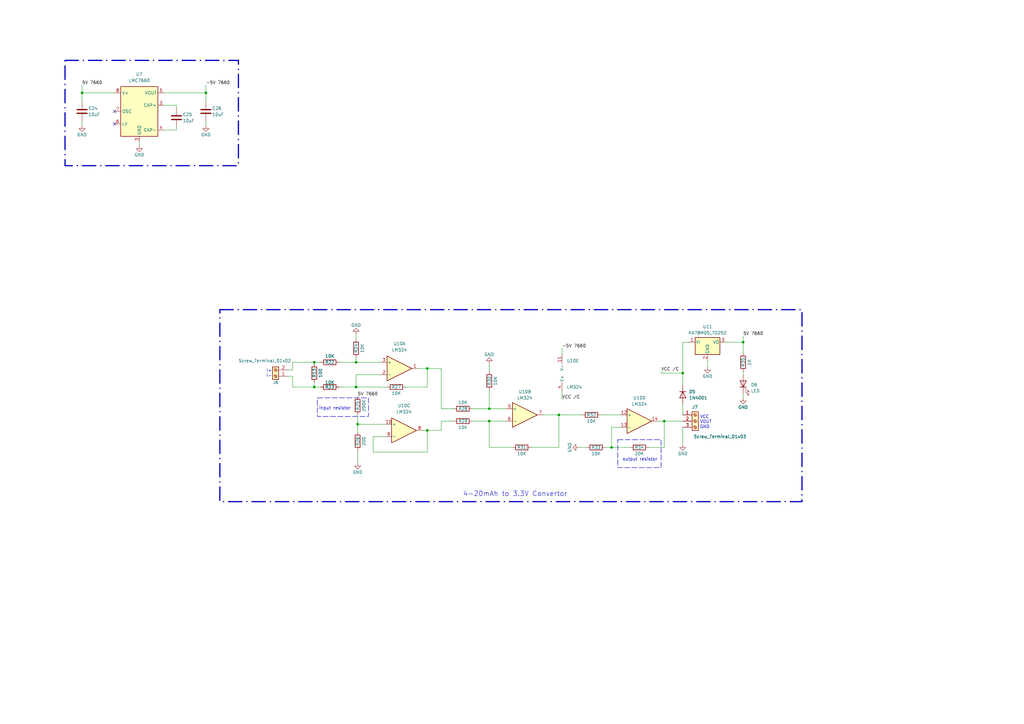
<source format=kicad_sch>
(kicad_sch (version 20250114) (generator "eeschema") (generator_version "9.0")
  (paper "A3")
  (lib_symbols
    (symbol "Amplifier_Operational:LM324" (pin_names (offset 0.127))
      (property "Reference" "U" (at 0 5.08 0))
      (property "Value" "LM324" (at 0 -5.08 0))
      (symbol "LM324_1_1"
        (polyline (pts (xy -5.08 5.08) (xy 5.08 0) (xy -5.08 -5.08) (xy -5.08 5.08)) (stroke (width 0.254)) (fill (type background)))
        (pin input line (at -7.62 2.54 0) (length 2.54) (name "+") (number "3"))
        (pin input line (at -7.62 -2.54 0) (length 2.54) (name "-") (number "2"))
        (pin output line (at 7.62 0 180) (length 2.54) (name "~") (number "1"))
      )
      (symbol "LM324_2_1"
        (polyline (pts (xy -5.08 5.08) (xy 5.08 0) (xy -5.08 -5.08) (xy -5.08 5.08)) (stroke (width 0.254)) (fill (type background)))
        (pin input line (at -7.62 2.54 0) (length 2.54) (name "+") (number "5"))
        (pin input line (at -7.62 -2.54 0) (length 2.54) (name "-") (number "6"))
        (pin output line (at 7.62 0 180) (length 2.54) (name "~") (number "7"))
      )
      (symbol "LM324_3_1"
        (polyline (pts (xy -5.08 5.08) (xy 5.08 0) (xy -5.08 -5.08) (xy -5.08 5.08)) (stroke (width 0.254)) (fill (type background)))
        (pin input line (at -7.62 2.54 0) (length 2.54) (name "+") (number "10"))
        (pin input line (at -7.62 -2.54 0) (length 2.54) (name "-") (number "9"))
        (pin output line (at 7.62 0 180) (length 2.54) (name "~") (number "8"))
      )
      (symbol "LM324_4_1"
        (polyline (pts (xy -5.08 5.08) (xy 5.08 0) (xy -5.08 -5.08) (xy -5.08 5.08)) (stroke (width 0.254)) (fill (type background)))
        (pin input line (at -7.62 2.54 0) (length 2.54) (name "+") (number "12"))
        (pin input line (at -7.62 -2.54 0) (length 2.54) (name "-") (number "13"))
        (pin output line (at 7.62 0 180) (length 2.54) (name "~") (number "14"))
      )
      (symbol "LM324_5_1"
        (pin power_in line (at -2.54 7.62 270) (length 3.81) (name "V+") (number "4"))
        (pin power_in line (at -2.54 -7.62 90) (length 3.81) (name "V-") (number "11"))
      )
    )
    (symbol "Connector:Screw_Terminal_01x02" (pin_names (offset 1.016) (hide yes))
      (property "Reference" "J" (at 0 2.54 0))
      (property "Value" "Screw_Terminal_01x02" (at 0 -5.08 0))
      (symbol "Screw_Terminal_01x02_1_1"
        (rectangle (start -1.27 1.27) (end 1.27 -3.81) (stroke (width 0.254)) (fill (type background)))
        (polyline (pts (xy -0.5334 0.3302) (xy 0.3302 -0.508)) (stroke (width 0.1524)))
        (polyline (pts (xy -0.5334 -2.2098) (xy 0.3302 -3.048)) (stroke (width 0.1524)))
        (polyline (pts (xy -0.3556 0.508) (xy 0.508 -0.3302)) (stroke (width 0.1524)))
        (polyline (pts (xy -0.3556 -2.032) (xy 0.508 -2.8702)) (stroke (width 0.1524)))
        (circle (center 0 0) (radius 0.635) (stroke (width 0.1524)))
        (circle (center 0 -2.54) (radius 0.635) (stroke (width 0.1524)))
        (pin passive line (at -5.08 0 0) (length 3.81) (name "Pin_1") (number "1"))
        (pin passive line (at -5.08 -2.54 0) (length 3.81) (name "Pin_2") (number "2"))
      )
    )
    (symbol "Connector:Screw_Terminal_01x03" (pin_names (offset 1.016) (hide yes))
      (property "Reference" "J" (at 0 5.08 0))
      (property "Value" "Screw_Terminal_01x03" (at 0 -5.08 0))
      (symbol "Screw_Terminal_01x03_1_1"
        (rectangle (start -1.27 3.81) (end 1.27 -3.81) (stroke (width 0.254)) (fill (type background)))
        (polyline (pts (xy -0.5334 2.8702) (xy 0.3302 2.032)) (stroke (width 0.1524)))
        (polyline (pts (xy -0.5334 0.3302) (xy 0.3302 -0.508)) (stroke (width 0.1524)))
        (polyline (pts (xy -0.5334 -2.2098) (xy 0.3302 -3.048)) (stroke (width 0.1524)))
        (polyline (pts (xy -0.3556 3.048) (xy 0.508 2.2098)) (stroke (width 0.1524)))
        (polyline (pts (xy -0.3556 0.508) (xy 0.508 -0.3302)) (stroke (width 0.1524)))
        (polyline (pts (xy -0.3556 -2.032) (xy 0.508 -2.8702)) (stroke (width 0.1524)))
        (circle (center 0 2.54) (radius 0.635) (stroke (width 0.1524)))
        (circle (center 0 0) (radius 0.635) (stroke (width 0.1524)))
        (circle (center 0 -2.54) (radius 0.635) (stroke (width 0.1524)))
        (pin passive line (at -5.08 2.54 0) (length 3.81) (name "Pin_1") (number "1"))
        (pin passive line (at -5.08 0 0) (length 3.81) (name "Pin_2") (number "2"))
        (pin passive line (at -5.08 -2.54 0) (length 3.81) (name "Pin_3") (number "3"))
      )
    )
    (symbol "Device:C" (pin_numbers (hide yes)) (pin_names (offset 0.254))
      (property "Reference" "C" (at 0.635 2.54 0))
      (property "Value" "C" (at 0.635 -2.54 0))
      (symbol "C_0_1"
        (polyline (pts (xy -2.032 0.762) (xy 2.032 0.762)) (stroke (width 0.508)))
        (polyline (pts (xy -2.032 -0.762) (xy 2.032 -0.762)) (stroke (width 0.508)))
      )
      (symbol "C_1_1"
        (pin passive line (at 0 3.81 270) (length 2.794) (name "~") (number "1"))
        (pin passive line (at 0 -3.81 90) (length 2.794) (name "~") (number "2"))
      )
    )
    (symbol "Device:LED" (pin_numbers (hide yes)) (pin_names (offset 1.016) (hide yes))
      (property "Reference" "D" (at 0 2.54 0))
      (property "Value" "LED" (at 0 -2.54 0))
      (symbol "LED_0_1"
        (polyline (pts (xy -3.048 -0.762) (xy -4.572 -2.286) (xy -3.81 -2.286) (xy -4.572 -2.286) (xy -4.572 -1.524)))
        (polyline (pts (xy -1.778 -0.762) (xy -3.302 -2.286) (xy -2.54 -2.286) (xy -3.302 -2.286) (xy -3.302 -1.524)))
        (polyline (pts (xy -1.27 0) (xy 1.27 0)))
        (polyline (pts (xy -1.27 -1.27) (xy -1.27 1.27)) (stroke (width 0.254)))
        (polyline (pts (xy 1.27 -1.27) (xy 1.27 1.27) (xy -1.27 0) (xy 1.27 -1.27)) (stroke (width 0.254)))
      )
      (symbol "LED_1_1"
        (pin passive line (at -3.81 0 0) (length 2.54) (name "K") (number "1"))
        (pin passive line (at 3.81 0 180) (length 2.54) (name "A") (number "2"))
      )
    )
    (symbol "Device:R" (pin_numbers (hide yes)) (pin_names (offset 0))
      (property "Reference" "R" (at 2.032 0 90))
      (property "Value" "R" (at 0 0 90))
      (symbol "R_0_1"
        (rectangle (start -1.016 -2.54) (end 1.016 2.54) (stroke (width 0.254)))
      )
      (symbol "R_1_1"
        (pin passive line (at 0 3.81 270) (length 1.27) (name "~") (number "1"))
        (pin passive line (at 0 -3.81 90) (length 1.27) (name "~") (number "2"))
      )
    )
    (symbol "Diode:1N4001" (pin_numbers (hide yes)) (pin_names (hide yes))
      (property "Reference" "D" (at 0 2.54 0))
      (property "Value" "1N4001" (at 0 -2.54 0))
      (symbol "1N4001_0_1"
        (polyline (pts (xy -1.27 1.27) (xy -1.27 -1.27)) (stroke (width 0.254)))
        (polyline (pts (xy 1.27 1.27) (xy 1.27 -1.27) (xy -1.27 0) (xy 1.27 1.27)) (stroke (width 0.254)))
        (polyline (pts (xy 1.27 0) (xy -1.27 0)))
      )
      (symbol "1N4001_1_1"
        (pin passive line (at -3.81 0 0) (length 2.54) (name "K") (number "1"))
        (pin passive line (at 3.81 0 180) (length 2.54) (name "A") (number "2"))
      )
    )
    (symbol "Regulator_Linear:KA78M05_TO252" (pin_names (offset 0.254))
      (property "Reference" "U" (at -3.81 3.175 0))
      (property "Value" "KA78M05_TO252" (at 0 3.175 0))
      (symbol "KA78M05_TO252_0_1"
        (rectangle (start -5.08 1.905) (end 5.08 -5.08) (stroke (width 0.254)) (fill (type background)))
      )
      (symbol "KA78M05_TO252_1_1"
        (pin power_in line (at -7.62 0 0) (length 2.54) (name "VI") (number "1"))
        (pin power_in line (at 0 -7.62 90) (length 2.54) (name "GND") (number "2"))
        (pin power_out line (at 7.62 0 180) (length 2.54) (name "VO") (number "3"))
      )
    )
    (symbol "Regulator_SwitchedCapacitor:LMC7660"
      (property "Reference" "U" (at -6.604 11.43 0))
      (property "Value" "LMC7660" (at 0 11.43 0))
      (symbol "LMC7660_0_1"
        (rectangle (start -7.62 10.16) (end 7.62 -10.16) (stroke (width 0.254)) (fill (type background)))
      )
      (symbol "LMC7660_1_1"
        (pin power_in line (at -10.16 7.62 0) (length 2.54) (name "V+") (number "8"))
        (pin input line (at -10.16 0 0) (length 2.54) (name "OSC") (number "7"))
        (pin input line (at -10.16 -5.08 0) (length 2.54) (name "LV") (number "6"))
        (pin no_connect line (at -7.62 5.08 0) (length 2.54) (hide yes) (name "NC") (number "1"))
        (pin power_in line (at 0 -12.7 90) (length 2.54) (name "GND") (number "3"))
        (pin power_out line (at 10.16 7.62 180) (length 2.54) (name "VOUT") (number "5"))
        (pin input line (at 10.16 2.54 180) (length 2.54) (name "CAP+") (number "2"))
        (pin input line (at 10.16 -7.62 180) (length 2.54) (name "CAP-") (number "4"))
      )
    )
    (symbol "power:GND" (power) (pin_names (offset 0))
      (property "Value" "GND" (at 0 -3.81 0))
      (symbol "GND_0_1"
        (polyline (pts (xy 0 0) (xy 0 -1.27) (xy 1.27 -1.27) (xy 0 -2.54) (xy -1.27 -1.27) (xy 0 -1.27)))
      )
      (symbol "GND_1_1"
        (pin power_in line (at 0 0 270) (length 0) (hide yes) (name "GND") (number "1"))
      )
    )
  )
  (rectangle (start 26.67 24.765) (end 97.79 67.945) (stroke (width 0.5) (type dash_dot)))
  (rectangle (start 253.365 180.34) (end 271.145 191.77) (stroke (width 0.2) (type dash)))
  (rectangle (start 90.17 127) (end 328.93 205.74) (stroke (width 0.5) (type dash_dot)))
  (rectangle (start 130.175 163.195) (end 151.13 170.815) (stroke (width 0.2) (type dash)))
  (text "input resistor\n" (at 130.81 168.275 0) (effects (font (size 1.27 1.27)) (justify left bottom)))
  (text "I+\nI-" (at 109.22 154.94 0) (effects (font (size 1.27 1.27)) (justify left bottom)))
  (text "VCC\nVOUT\nGND\n" (at 287.02 175.895 0) (effects (font (size 1.27 1.27)) (justify left bottom)))
  (text "4-20mAh to 3.3V Convertor" (at 189.865 203.835 0) (effects (font (size 2 2)) (justify left bottom)))
  (text "output resistor\n" (at 255.27 189.23 0) (effects (font (size 1.27 1.27)) (justify left bottom)))
  (junction (at 128.905 148.59))
  (junction (at 146.685 173.99))
  (junction (at 200.66 167.64))
  (junction (at 84.455 38.1))
  (junction (at 33.655 38.1))
  (junction (at 304.8 140.335))
  (junction (at 229.235 170.18))
  (junction (at 175.26 176.53))
  (junction (at 280.035 153.035))
  (junction (at 146.05 158.75))
  (junction (at 146.05 148.59))
  (junction (at 250.825 183.515))
  (junction (at 175.26 151.13))
  (junction (at 200.66 172.72))
  (junction (at 128.905 158.75))
  (junction (at 272.415 172.72))
  (no_connect (at 46.99 45.72))
  (no_connect (at 46.99 50.8))
  (wire (pts (xy 146.685 184.785) (xy 146.685 189.865)))
  (wire (pts (xy 193.675 167.64) (xy 200.66 167.64)))
  (wire (pts (xy 237.49 183.515) (xy 240.665 183.515)))
  (wire (pts (xy 282.575 140.335) (xy 280.035 140.335)))
  (wire (pts (xy 175.26 151.13) (xy 180.975 151.13)))
  (wire (pts (xy 173.355 176.53) (xy 175.26 176.53)))
  (wire (pts (xy 128.905 148.59) (xy 131.445 148.59)))
  (wire (pts (xy 250.825 183.515) (xy 258.445 183.515)))
  (wire (pts (xy 250.825 175.26) (xy 250.825 183.515)))
  (wire (pts (xy 280.035 165.735) (xy 280.035 170.18)))
  (wire (pts (xy 171.45 151.13) (xy 175.26 151.13)))
  (wire (pts (xy 146.05 148.59) (xy 156.21 148.59)))
  (wire (pts (xy 120.015 158.75) (xy 128.905 158.75)))
  (wire (pts (xy 146.05 137.16) (xy 146.05 139.065)))
  (wire (pts (xy 180.975 151.13) (xy 180.975 167.64)))
  (wire (pts (xy 153.035 185.42) (xy 175.26 185.42)))
  (wire (pts (xy 175.26 176.53) (xy 175.26 185.42)))
  (wire (pts (xy 304.8 140.335) (xy 297.815 140.335)))
  (wire (pts (xy 200.66 183.515) (xy 200.66 172.72)))
  (wire (pts (xy 146.05 146.685) (xy 146.05 148.59)))
  (wire (pts (xy 33.655 34.925) (xy 33.655 38.1)))
  (wire (pts (xy 72.39 52.07) (xy 72.39 53.34)))
  (wire (pts (xy 166.37 158.75) (xy 175.26 158.75)))
  (wire (pts (xy 304.8 140.335) (xy 304.8 144.78)))
  (wire (pts (xy 217.805 183.515) (xy 229.235 183.515)))
  (wire (pts (xy 272.415 183.515) (xy 272.415 172.72)))
  (wire (pts (xy 180.975 176.53) (xy 180.975 172.72)))
  (wire (pts (xy 210.185 183.515) (xy 200.66 183.515)))
  (wire (pts (xy 266.065 183.515) (xy 272.415 183.515)))
  (wire (pts (xy 254.635 175.26) (xy 250.825 175.26)))
  (wire (pts (xy 280.035 153.035) (xy 280.035 158.115)))
  (wire (pts (xy 67.31 43.18) (xy 72.39 43.18)))
  (wire (pts (xy 128.905 158.75) (xy 128.905 156.845)))
  (wire (pts (xy 193.675 172.72) (xy 200.66 172.72)))
  (wire (pts (xy 186.055 167.64) (xy 180.975 167.64)))
  (wire (pts (xy 158.115 179.07) (xy 153.035 179.07)))
  (wire (pts (xy 280.035 175.26) (xy 280.035 182.245)))
  (wire (pts (xy 153.035 179.07) (xy 153.035 185.42)))
  (wire (pts (xy 180.975 172.72) (xy 186.055 172.72)))
  (wire (pts (xy 120.015 148.59) (xy 128.905 148.59)))
  (wire (pts (xy 33.655 38.1) (xy 46.99 38.1)))
  (wire (pts (xy 57.15 58.42) (xy 57.15 59.69)))
  (wire (pts (xy 272.415 172.72) (xy 280.035 172.72)))
  (wire (pts (xy 118.11 151.765) (xy 120.015 151.765)))
  (wire (pts (xy 200.66 160.02) (xy 200.66 167.64)))
  (wire (pts (xy 128.905 148.59) (xy 128.905 149.225)))
  (wire (pts (xy 33.655 49.53) (xy 33.655 51.435)))
  (wire (pts (xy 271.145 152.4) (xy 271.145 153.035)))
  (wire (pts (xy 200.66 149.225) (xy 200.66 152.4)))
  (wire (pts (xy 248.285 183.515) (xy 250.825 183.515)))
  (wire (pts (xy 128.905 158.75) (xy 131.445 158.75)))
  (wire (pts (xy 269.875 172.72) (xy 272.415 172.72)))
  (wire (pts (xy 230.505 142.875) (xy 230.505 145.415)))
  (wire (pts (xy 222.885 170.18) (xy 229.235 170.18)))
  (wire (pts (xy 158.75 158.75) (xy 146.05 158.75)))
  (wire (pts (xy 200.66 172.72) (xy 207.645 172.72)))
  (wire (pts (xy 280.035 140.335) (xy 280.035 153.035)))
  (wire (pts (xy 84.455 38.1) (xy 84.455 41.91)))
  (wire (pts (xy 246.38 170.18) (xy 254.635 170.18)))
  (wire (pts (xy 120.015 154.305) (xy 120.015 158.75)))
  (wire (pts (xy 304.8 152.4) (xy 304.8 153.67)))
  (wire (pts (xy 139.065 148.59) (xy 146.05 148.59)))
  (wire (pts (xy 120.015 151.765) (xy 120.015 148.59)))
  (wire (pts (xy 72.39 43.18) (xy 72.39 44.45)))
  (wire (pts (xy 146.685 170.18) (xy 146.685 173.99)))
  (wire (pts (xy 146.05 153.67) (xy 146.05 158.75)))
  (wire (pts (xy 271.145 153.035) (xy 280.035 153.035)))
  (wire (pts (xy 146.685 173.99) (xy 158.115 173.99)))
  (wire (pts (xy 229.235 170.18) (xy 229.235 183.515)))
  (wire (pts (xy 200.66 167.64) (xy 207.645 167.64)))
  (wire (pts (xy 290.195 147.955) (xy 290.195 150.495)))
  (wire (pts (xy 175.26 151.13) (xy 175.26 158.75)))
  (wire (pts (xy 304.8 161.29) (xy 304.8 163.195)))
  (wire (pts (xy 67.31 53.34) (xy 72.39 53.34)))
  (wire (pts (xy 33.655 38.1) (xy 33.655 41.91)))
  (wire (pts (xy 84.455 38.1) (xy 67.31 38.1)))
  (wire (pts (xy 230.505 163.83) (xy 230.505 160.655)))
  (wire (pts (xy 146.685 173.99) (xy 146.685 177.165)))
  (wire (pts (xy 229.235 170.18) (xy 238.76 170.18)))
  (wire (pts (xy 84.455 49.53) (xy 84.455 51.435)))
  (wire (pts (xy 146.05 153.67) (xy 156.21 153.67)))
  (wire (pts (xy 139.065 158.75) (xy 146.05 158.75)))
  (wire (pts (xy 304.8 137.795) (xy 304.8 140.335)))
  (wire (pts (xy 84.455 34.925) (xy 84.455 38.1)))
  (wire (pts (xy 118.11 154.305) (xy 120.015 154.305)))
  (wire (pts (xy 175.26 176.53) (xy 180.975 176.53)))
  (label "VCC {slash}C" (at 271.145 152.4 0))
  (label "-5V 7660" (at 230.505 142.875 0))
  (label "5V 7660" (at 33.655 34.925 0))
  (label "-5V 7660" (at 84.455 34.925 0))
  (label "5V 7660" (at 146.685 162.56 0))
  (label "VCC {slash}C" (at 230.505 163.83 0))
  (label "5V 7660" (at 304.8 137.795 0))
  (symbol (lib_id "power:GND") (at 84.455 51.435 0) (unit 1)
    (property "Reference" "#PWR065" (effects (hide yes)))
    (property "Value" "GND" (at 84.455 55.245 0))
  )
  (symbol (lib_id "power:GND") (at 33.655 51.435 0) (unit 1)
    (property "Reference" "#PWR039" (effects (hide yes)))
    (property "Value" "GND" (at 33.655 55.245 0))
  )
  (symbol (lib_id "Device:R") (at 128.905 153.035 180) (unit 1)
    (property "Reference" "R13" (at 128.905 154.94 90) (effects (justify right)))
    (property "Value" "100" (at 131.445 154.94 90) (effects (justify right)))
  )
  (symbol (lib_id "Amplifier_Operational:LM324") (at 215.265 170.18 0) (unit 2)
    (property "Reference" "U10" (at 215.265 160.655 0))
    (property "Value" "LM324" (at 215.265 163.195 0))
    (property "Datasheet" "http://www.ti.com/lit/ds/symlink/lm2902-n.pdf" (effects (hide yes)))
  )
  (symbol (lib_id "power:GND") (at 200.66 149.225 180) (unit 1)
    (property "Reference" "#PWR066" (effects (hide yes)))
    (property "Value" "GND" (at 200.66 145.415 0))
  )
  (symbol (lib_id "Amplifier_Operational:LM324") (at 165.735 176.53 0) (unit 3)
    (property "Reference" "U10" (at 165.735 166.37 0))
    (property "Value" "LM324" (at 165.735 168.91 0))
    (property "Datasheet" "http://www.ti.com/lit/ds/symlink/lm2902-n.pdf" (effects (hide yes)))
  )
  (symbol (lib_id "power:GND") (at 304.8 163.195 0) (unit 1)
    (property "Reference" "#PWR070" (effects (hide yes)))
    (property "Value" "GND" (at 304.8 167.005 0))
  )
  (symbol (lib_id "power:GND") (at 237.49 183.515 270) (unit 1)
    (property "Reference" "#PWR067" (effects (hide yes)))
    (property "Value" "GND" (at 233.68 183.515 0))
  )
  (symbol (lib_id "Device:R") (at 304.8 148.59 0) (unit 1)
    (property "Reference" "R35" (at 304.8 148.59 90))
    (property "Value" "1K" (at 307.34 148.59 90))
  )
  (symbol (lib_id "Device:R") (at 200.66 156.21 0) (unit 1)
    (property "Reference" "R30" (at 200.66 156.21 90))
    (property "Value" "10K" (at 203.2 156.21 90))
  )
  (symbol (lib_id "Device:R") (at 262.255 183.515 270) (unit 1)
    (property "Reference" "R34" (at 262.255 183.515 90))
    (property "Value" "20K" (at 262.255 186.055 90))
  )
  (symbol (lib_id "Device:C") (at 72.39 48.26 0) (unit 1)
    (property "Reference" "C25" (at 74.93 46.99 0) (effects (justify left)))
    (property "Value" "10uF" (at 74.93 49.53 0) (effects (justify left)))
  )
  (symbol (lib_id "Regulator_Linear:KA78M05_TO252") (at 290.195 140.335 0) (unit 1)
    (property "Reference" "U11" (at 290.195 133.985 0))
    (property "Value" "KA78M05_TO252" (at 290.195 136.525 0))
    (property "Footprint" "Package_TO_SOT_SMD:TO-252-2" (effects (hide yes)))
    (property "Datasheet" "https://www.onsemi.com/pub/Collateral/MC78M00-D.PDF" (effects (hide yes)))
  )
  (symbol (lib_id "Device:C") (at 84.455 45.72 0) (unit 1)
    (property "Reference" "C26" (at 86.995 44.45 0) (effects (justify left)))
    (property "Value" "10uF" (at 86.995 46.99 0) (effects (justify left)))
  )
  (symbol (lib_id "Device:R") (at 162.56 158.75 270) (unit 1)
    (property "Reference" "R27" (at 162.56 158.75 90))
    (property "Value" "10K" (at 162.56 161.29 90))
  )
  (symbol (lib_id "Device:R") (at 146.05 142.875 0) (unit 1)
    (property "Reference" "R24" (at 146.05 144.78 90) (effects (justify left)))
    (property "Value" "10K" (at 148.59 144.78 90) (effects (justify left)))
  )
  (symbol (lib_id "Device:R") (at 244.475 183.515 270) (unit 1)
    (property "Reference" "R33" (at 244.475 183.515 90))
    (property "Value" "10K" (at 244.475 186.055 90))
  )
  (symbol (lib_id "Connector:Screw_Terminal_01x03") (at 285.115 172.72 0) (unit 1)
    (property "Reference" "J7" (at 283.845 167.005 0) (effects (justify left)))
    (property "Value" "Screw_Terminal_01x03" (at 284.48 179.07 0) (effects (justify left)))
  )
  (symbol (lib_id "power:GND") (at 290.195 150.495 0) (unit 1)
    (property "Reference" "#PWR069" (effects (hide yes)))
    (property "Value" "GND" (at 290.195 154.305 0))
  )
  (symbol (lib_id "Device:R") (at 135.255 148.59 90) (unit 1)
    (property "Reference" "R22" (at 135.255 148.59 90))
    (property "Value" "10K" (at 135.255 146.05 90))
  )
  (symbol (lib_id "power:GND") (at 146.05 137.16 180) (unit 1)
    (property "Reference" "#PWR057" (effects (hide yes)))
    (property "Value" "GND" (at 146.05 133.35 0))
  )
  (symbol (lib_id "power:GND") (at 280.035 182.245 0) (unit 1)
    (property "Reference" "#PWR068" (effects (hide yes)))
    (property "Value" "GND" (at 280.035 186.055 0))
  )
  (symbol (lib_id "Device:R") (at 189.865 172.72 270) (unit 1)
    (property "Reference" "R29" (at 189.865 172.72 90))
    (property "Value" "10K" (at 189.865 175.26 90))
  )
  (symbol (lib_id "Amplifier_Operational:LM324") (at 262.255 172.72 0) (unit 4)
    (property "Reference" "U10" (at 262.255 163.195 0))
    (property "Value" "LM324" (at 262.255 165.735 0))
    (property "Datasheet" "http://www.ti.com/lit/ds/symlink/lm2902-n.pdf" (effects (hide yes)))
  )
  (symbol (lib_id "Connector:Screw_Terminal_01x02") (at 113.03 154.305 180) (unit 1)
    (property "Reference" "J6" (at 113.03 156.845 0))
    (property "Value" "Screw_Terminal_01x02" (at 108.585 147.955 0))
  )
  (symbol (lib_id "Device:R") (at 146.685 166.37 0) (unit 1)
    (property "Reference" "R25" (at 146.685 166.37 90))
    (property "Value" "200K" (at 149.225 166.37 90))
  )
  (symbol (lib_id "Amplifier_Operational:LM324") (at 227.965 153.035 180) (unit 5)
    (property "Reference" "U10" (at 232.41 147.955 0) (effects (justify right)))
    (property "Value" "LM324" (at 232.41 158.75 0) (effects (justify right)))
    (property "Datasheet" "http://www.ti.com/lit/ds/symlink/lm2902-n.pdf" (effects (hide yes)))
  )
  (symbol (lib_id "power:GND") (at 57.15 59.69 0) (unit 1)
    (property "Reference" "#PWR040" (effects (hide yes)))
    (property "Value" "GND" (at 57.15 63.5 0))
  )
  (symbol (lib_id "Device:R") (at 242.57 170.18 270) (unit 1)
    (property "Reference" "R32" (at 242.57 170.18 90))
    (property "Value" "10K" (at 242.57 172.72 90))
  )
  (symbol (lib_id "Regulator_SwitchedCapacitor:LMC7660") (at 57.15 45.72 0) (unit 1)
    (property "Reference" "U7" (at 57.15 30.48 0))
    (property "Value" "LMC7660" (at 57.15 33.02 0))
    (property "Datasheet" "http://www.ti.com/lit/ds/symlink/lmc7660.pdf" (effects (hide yes)))
  )
  (symbol (lib_id "Device:R") (at 189.865 167.64 270) (unit 1)
    (property "Reference" "R28" (at 189.865 167.64 90))
    (property "Value" "10K" (at 189.865 165.1 90))
  )
  (symbol (lib_id "Device:R") (at 213.995 183.515 270) (unit 1)
    (property "Reference" "R31" (at 213.995 183.515 90))
    (property "Value" "10K" (at 213.995 186.055 90))
  )
  (symbol (lib_id "power:GND") (at 146.685 189.865 0) (unit 1)
    (property "Reference" "#PWR058" (effects (hide yes)))
    (property "Value" "GND" (at 146.685 193.675 0))
  )
  (symbol (lib_id "Amplifier_Operational:LM324") (at 163.83 151.13 0) (unit 1)
    (property "Reference" "U10" (at 163.83 140.97 0))
    (property "Value" "LM324" (at 163.83 143.51 0))
    (property "Datasheet" "http://www.ti.com/lit/ds/symlink/lm2902-n.pdf" (effects (hide yes)))
  )
  (symbol (lib_id "Device:C") (at 33.655 45.72 0) (unit 1)
    (property "Reference" "C24" (at 36.195 44.45 0) (effects (justify left)))
    (property "Value" "10uF" (at 36.195 46.99 0) (effects (justify left)))
  )
  (symbol (lib_id "Device:R") (at 146.685 180.975 0) (unit 1)
    (property "Reference" "R26" (at 146.685 180.975 90))
    (property "Value" "200" (at 149.225 180.975 90))
  )
  (symbol (lib_id "Diode:1N4001") (at 280.035 161.925 270) (unit 1)
    (property "Reference" "D5" (at 282.575 160.655 90) (effects (justify left)))
    (property "Value" "1N4001" (at 282.575 163.195 90) (effects (justify left)))
    (property "Footprint" "Diode_THT:D_DO-41_SOD81_P10.16mm_Horizontal" (effects (hide yes)))
    (property "Datasheet" "http://www.vishay.com/docs/88503/1n4001.pdf" (effects (hide yes)))
    (property "Sim.Device" "D" (effects (hide yes)))
    (property "Sim.Pins" "1=K 2=A" (effects (hide yes)))
  )
  (symbol (lib_id "Device:R") (at 135.255 158.75 90) (unit 1)
    (property "Reference" "R23" (at 135.255 158.75 90))
    (property "Value" "10K" (at 135.255 156.845 90))
  )
  (symbol (lib_id "Device:LED") (at 304.8 157.48 90) (unit 1)
    (property "Reference" "D6" (at 307.975 157.7975 90) (effects (justify right)))
    (property "Value" "LED" (at 307.975 160.3375 90) (effects (justify right)))
  )
)
</source>
